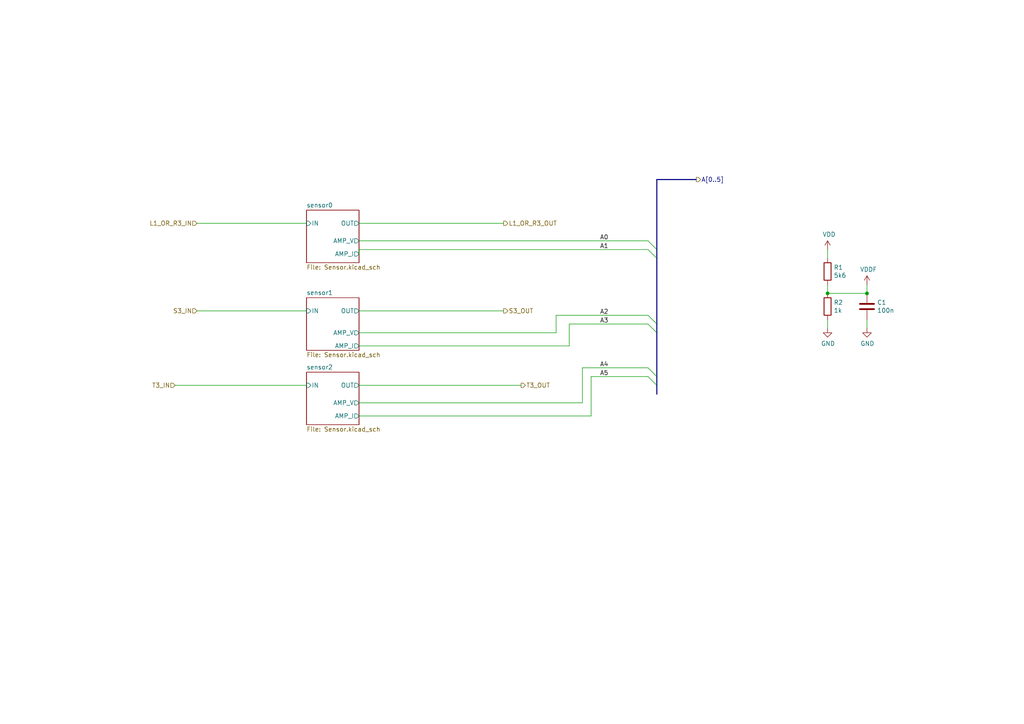
<source format=kicad_sch>
(kicad_sch (version 20231120) (generator "eeschema") (generator_version "8.0")
  (paper "A4")
  (lib_symbols
    (symbol "Device:C" (pin_numbers hide) (pin_names (offset 0.254))
      (property "Reference" "C" (at 0.635 2.54 0))
      (property "Value" "C" (at 0.635 -2.54 0))
      (symbol "C_0_1"
        (polyline (pts (xy -2.032 -0.762) (xy 2.032 -0.762)) (stroke (width 0.508)))
        (polyline (pts (xy -2.032 0.762) (xy 2.032 0.762)) (stroke (width 0.508)))
      )
      (symbol "C_1_1"
        (pin passive line (at 0 3.81 270) (length 2.794) (name "~") (number "1"))
        (pin passive line (at 0 -3.81 90) (length 2.794) (name "~") (number "2"))
      )
    )
    (symbol "Device:R" (pin_numbers hide) (pin_names (offset 0))
      (property "Reference" "R" (at 2.032 0 90))
      (property "Value" "R" (at 0 0 90))
      (symbol "R_0_1"
        (rectangle (start -1.016 -2.54) (end 1.016 2.54) (stroke (width 0.254)))
      )
      (symbol "R_1_1"
        (pin passive line (at 0 3.81 270) (length 1.27) (name "~") (number "1"))
        (pin passive line (at 0 -3.81 90) (length 1.27) (name "~") (number "2"))
      )
    )
    (symbol "power:GND" (power) (pin_names (offset 0))
      (property "Value" "GND" (at 0 -3.81 0))
      (symbol "GND_0_1"
        (polyline (pts (xy 0 0) (xy 0 -1.27) (xy 1.27 -1.27) (xy 0 -2.54) (xy -1.27 -1.27) (xy 0 -1.27)))
      )
      (symbol "GND_1_1"
        (pin power_in line (at 0 0 270) (length 0) hide (name "GND") (number "1"))
      )
    )
    (symbol "power:VDD" (power) (pin_names (offset 0))
      (property "Value" "VDD" (at 0 3.81 0))
      (symbol "VDD_0_1"
        (polyline (pts (xy -0.762 1.27) (xy 0 2.54)))
        (polyline (pts (xy 0 0) (xy 0 2.54)))
        (polyline (pts (xy 0 2.54) (xy 0.762 1.27)))
      )
      (symbol "VDD_1_1"
        (pin power_in line (at 0 0 90) (length 0) hide (name "VDD") (number "1"))
      )
    )
    (symbol "power:VDDF" (power) (pin_names (offset 0))
      (property "Value" "VDDF" (at 0 3.81 0))
      (symbol "VDDF_0_1"
        (polyline (pts (xy -0.762 1.27) (xy 0 2.54)))
        (polyline (pts (xy 0 0) (xy 0 2.54)))
        (polyline (pts (xy 0 2.54) (xy 0.762 1.27)))
      )
      (symbol "VDDF_1_1"
        (pin power_in line (at 0 0 90) (length 0) hide (name "VDDF") (number "1"))
      )
    )
  )
  (junction (at 251.46 85.09))
  (junction (at 240.03 85.09))
  (bus_entry (at 187.96 109.22) (size 2.54 2.54))
  (bus_entry (at 187.96 72.39) (size 2.54 2.54))
  (bus_entry (at 187.96 91.44) (size 2.54 2.54))
  (bus_entry (at 187.96 93.98) (size 2.54 2.54))
  (bus_entry (at 187.96 106.68) (size 2.54 2.54))
  (bus_entry (at 187.96 69.85) (size 2.54 2.54))
  (bus (pts (xy 190.5 74.93) (xy 190.5 93.98)))
  (wire (pts (xy 161.29 96.52) (xy 104.14 96.52)))
  (wire (pts (xy 57.15 90.17) (xy 88.9 90.17)))
  (bus (pts (xy 190.5 93.98) (xy 190.5 96.52)))
  (wire (pts (xy 161.29 91.44) (xy 161.29 96.52)))
  (wire (pts (xy 171.45 120.65) (xy 104.14 120.65)))
  (wire (pts (xy 57.15 64.77) (xy 88.9 64.77)))
  (bus (pts (xy 190.5 96.52) (xy 190.5 109.22)))
  (wire (pts (xy 168.91 116.84) (xy 104.14 116.84)))
  (wire (pts (xy 251.46 95.25) (xy 251.46 92.71)))
  (wire (pts (xy 240.03 85.09) (xy 251.46 85.09)))
  (wire (pts (xy 165.1 93.98) (xy 165.1 100.33)))
  (wire (pts (xy 171.45 109.22) (xy 171.45 120.65)))
  (wire (pts (xy 50.8 111.76) (xy 88.9 111.76)))
  (wire (pts (xy 240.03 85.09) (xy 240.03 82.55)))
  (wire (pts (xy 104.14 69.85) (xy 187.96 69.85)))
  (wire (pts (xy 104.14 64.77) (xy 146.05 64.77)))
  (wire (pts (xy 104.14 72.39) (xy 104.14 73.66)))
  (bus (pts (xy 190.5 52.07) (xy 190.5 72.39)))
  (wire (pts (xy 104.14 111.76) (xy 151.13 111.76)))
  (wire (pts (xy 240.03 95.25) (xy 240.03 92.71)))
  (wire (pts (xy 104.14 90.17) (xy 146.05 90.17)))
  (bus (pts (xy 190.5 111.76) (xy 190.5 114.3)))
  (wire (pts (xy 161.29 91.44) (xy 187.96 91.44)))
  (wire (pts (xy 171.45 109.22) (xy 187.96 109.22)))
  (wire (pts (xy 104.14 72.39) (xy 187.96 72.39)))
  (wire (pts (xy 240.03 74.93) (xy 240.03 72.39)))
  (bus (pts (xy 190.5 109.22) (xy 190.5 111.76)))
  (bus (pts (xy 190.5 72.39) (xy 190.5 74.93)))
  (wire (pts (xy 168.91 106.68) (xy 168.91 116.84)))
  (bus (pts (xy 201.93 52.07) (xy 190.5 52.07)))
  (wire (pts (xy 168.91 106.68) (xy 187.96 106.68)))
  (wire (pts (xy 251.46 85.09) (xy 251.46 82.55)))
  (wire (pts (xy 165.1 93.98) (xy 187.96 93.98)))
  (wire (pts (xy 165.1 100.33) (xy 104.14 100.33)))
  (label "A1" (at 173.99 72.39 0))
  (label "A0" (at 173.99 69.85 0))
  (label "A4" (at 173.99 106.68 0))
  (label "A3" (at 173.99 93.98 0))
  (label "A5" (at 173.99 109.22 0))
  (label "A2" (at 173.99 91.44 0))
  (hierarchical_label "S3_OUT" (shape output) (at 146.05 90.17 0))
  (hierarchical_label "A[0..5]" (shape output) (at 201.93 52.07 0))
  (hierarchical_label "L1_OR_R3_IN" (shape input) (at 57.15 64.77 180))
  (hierarchical_label "L1_OR_R3_OUT" (shape output) (at 146.05 64.77 0))
  (hierarchical_label "S3_IN" (shape input) (at 57.15 90.17 180))
  (hierarchical_label "T3_OUT" (shape output) (at 151.13 111.76 0))
  (hierarchical_label "T3_IN" (shape input) (at 50.8 111.76 180))
  (symbol (lib_id "power:VDD") (at 240.03 72.39 0) (unit 1)
    (property "Reference" "#PWR?" (effects (hide yes)))
    (property "Value" "VDD" (at 240.4618 67.9958 0))
  )
  (symbol (lib_id "power:VDDF") (at 251.46 82.55 0) (unit 1)
    (property "Reference" "#PWR?" (effects (hide yes)))
    (property "Value" "VDDF" (at 251.8918 78.1558 0))
  )
  (symbol (lib_id "Device:R") (at 240.03 78.74 0) (unit 1)
    (property "Reference" "R1" (at 241.808 77.5716 0) (effects (justify left)))
    (property "Value" "5k6" (at 241.808 79.883 0) (effects (justify left)))
    (property "Footprint" "Resistor_THT:R_Axial_DIN0207_L6.3mm_D2.5mm_P2.54mm_Vertical" (effects (hide yes)))
  )
  (symbol (lib_id "Device:R") (at 240.03 88.9 0) (unit 1)
    (property "Reference" "R2" (at 241.808 87.7316 0) (effects (justify left)))
    (property "Value" "1k" (at 241.808 90.043 0) (effects (justify left)))
    (property "Footprint" "For_Rasterboard:R_Axial_DIN0207_L6.3mm_D2.5mm_Pinf_Horizontal" (effects (hide yes)))
  )
  (symbol (lib_id "power:GND") (at 240.03 95.25 0) (unit 1)
    (property "Reference" "#PWR?" (effects (hide yes)))
    (property "Value" "GND" (at 240.157 99.6442 0))
  )
  (symbol (lib_id "Device:C") (at 251.46 88.9 0) (unit 1)
    (property "Reference" "C1" (at 254.381 87.7316 0) (effects (justify left)))
    (property "Value" "100n" (at 254.381 90.043 0) (effects (justify left)))
    (property "Footprint" "For_Rasterboard:C_Disc_D3.0mm_W1.6mm_Pinf" (effects (hide yes)))
  )
  (symbol (lib_id "power:GND") (at 251.46 95.25 0) (unit 1)
    (property "Reference" "#PWR?" (effects (hide yes)))
    (property "Value" "GND" (at 251.587 99.6442 0))
  )
  (sheet (at 88.9 60.96) (size 15.24 15.24)
    (property "Sheetname" "sensor0" (at 88.9 60.2484 0) (effects (justify left bottom)))
    (property "Sheetfile" "Sensor.kicad_sch" (at 88.9 76.7846 0) (effects (justify left top)))
    (pin "OUT" output (at 104.14 64.77 0))
    (pin "IN" input (at 88.9 64.77 180))
    (pin "AMP_V" output (at 104.14 69.85 0))
    (pin "AMP_I" output (at 104.14 73.66 0))
  )
  (sheet (at 88.9 86.36) (size 15.24 15.24)
    (property "Sheetname" "sensor1" (at 88.9 85.6484 0) (effects (justify left bottom)))
    (property "Sheetfile" "Sensor.kicad_sch" (at 88.9 102.1846 0) (effects (justify left top)))
    (pin "OUT" output (at 104.14 90.17 0))
    (pin "IN" input (at 88.9 90.17 180))
    (pin "AMP_V" output (at 104.14 96.52 0))
    (pin "AMP_I" output (at 104.14 100.33 0))
  )
  (sheet (at 88.9 107.95) (size 15.24 15.24)
    (property "Sheetname" "sensor2" (at 88.9 107.2384 0) (effects (justify left bottom)))
    (property "Sheetfile" "Sensor.kicad_sch" (at 88.9 123.7746 0) (effects (justify left top)))
    (pin "OUT" output (at 104.14 111.76 0))
    (pin "IN" input (at 88.9 111.76 180))
    (pin "AMP_V" output (at 104.14 116.84 0))
    (pin "AMP_I" output (at 104.14 120.65 0))
  )
)
</source>
